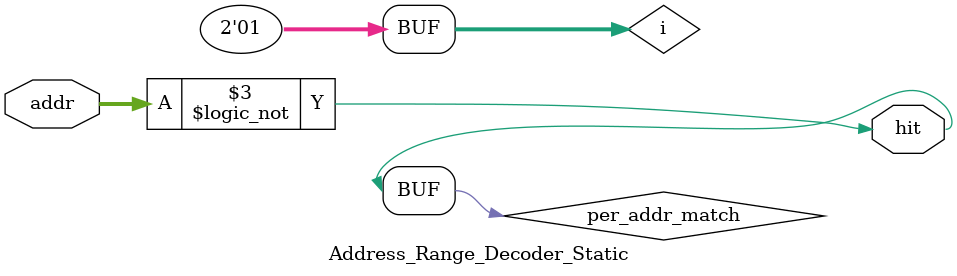
<source format=v>


// Checks if the address lies between the base and (higher, inclusive) bound of a range.

// Checks if the input address matches each possible address in the range,
// then outputs the bitwise OR of all these checks.  Some boolean algebra
// shows that it will always optimize down to a minimal form: any bits which
// iterate over their entire binary range become boolean "don't care", leaving
// the other bits to do the match. Thus, for aligned power of 2 address
// ranges, we get the minimal NOT-AND-gate decoder.

// This approach has one caveat: you may have to test, at synthesis time, up
// to all 2^N possible addresses, and store the matches into a vector 2^N bits
// long.  This could take a long time and AFAIK, Verilog implementations have
// a maximum vector width of a few million, so this decoder will break for
// address ranges more than 20-23 bits wide.

// Call it a synthesizer stress-test. ;)

// Even if your CAD tool can handle huge vectors, because we use an int as
// counter, this decoder cannot be guaranteed to work for address ranges
// exceeding 32 bits.

// However, this implementation yields the smallest, fastest logic.

module Address_Range_Decoder_Static
#(
    parameter       ADDR_WIDTH          = 0,
    parameter       ADDR_BASE           = 0,
    parameter       ADDR_BOUND          = 0
)
(
    input   wire    [ADDR_WIDTH-1:0]    addr,
    output  reg                         hit 
);
    localparam ADDR_COUNT = ADDR_BOUND - ADDR_BASE + 1;

    reg     [ADDR_WIDTH-1:0]    i;
    reg     [ADDR_COUNT-1:0]    per_addr_match = 0;

    // Check each address in range for match
    always @(*) begin
        for(i = ADDR_BASE; i <= ADDR_BOUND; i = i + 1) begin : addr_decode
            per_addr_match[i-ADDR_BASE] <= (addr == i);
        end
    end

    // Do any of them match?
    always @(*) begin : is_hit
        hit <= | per_addr_match;
    end 
endmodule


</source>
